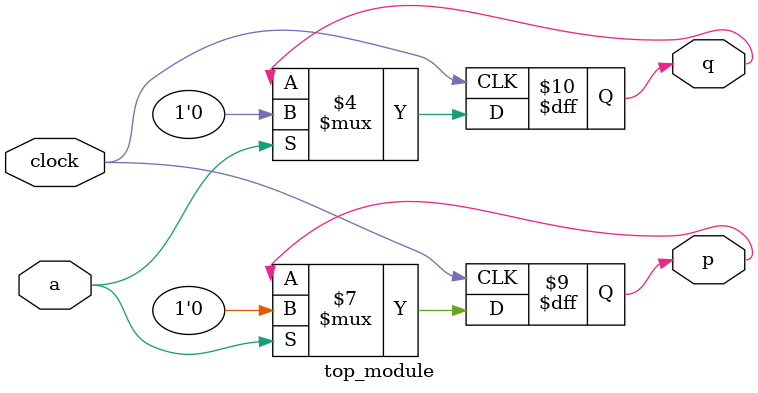
<source format=sv>
module top_module (
  input wire clock,
  input wire a,
  output reg p,
  output reg q
);

always @(posedge clock) begin
  if (a == 1'b1) begin
    p <= 1'b0;
    q <= 1'b0;
  end else begin
    p <= p;
    q <= q;
  end
end

endmodule

</source>
